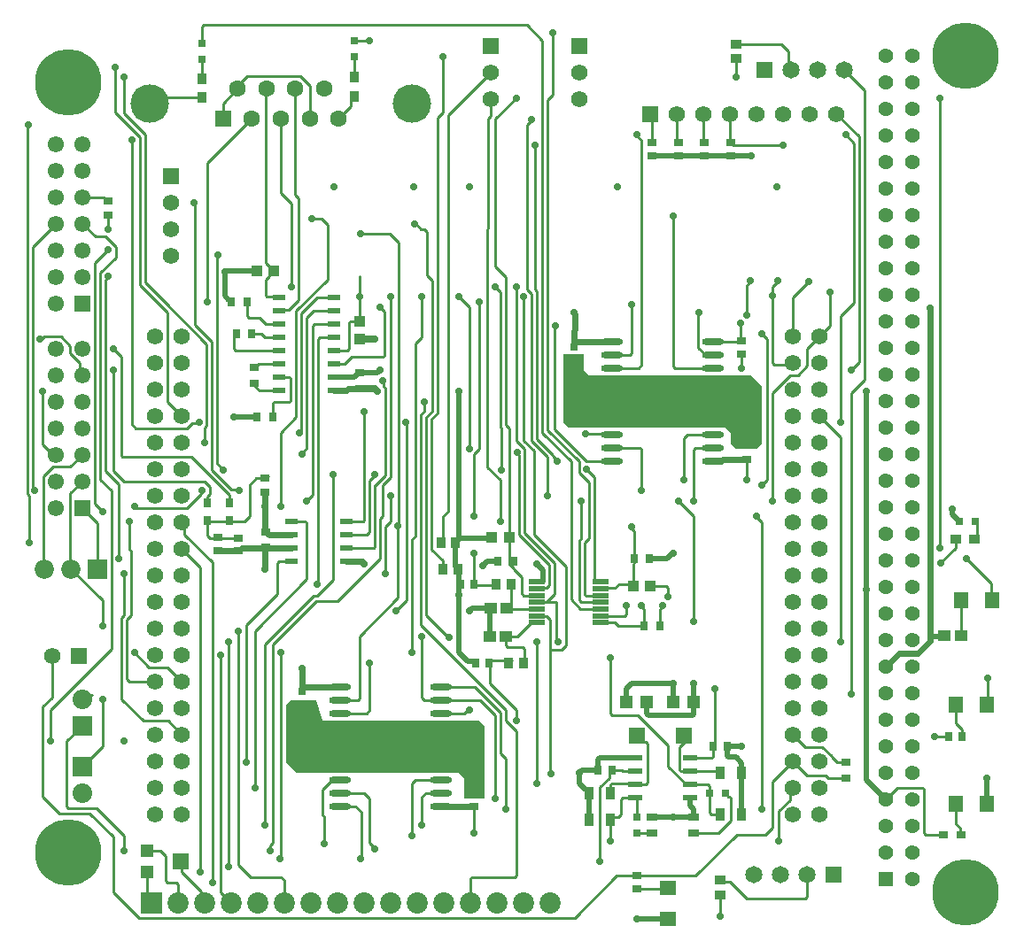
<source format=gbr>
%TF.GenerationSoftware,Altium Limited,Altium Designer,23.1.1 (15)*%
G04 Layer_Physical_Order=4*
G04 Layer_Color=16711680*
%FSLAX45Y45*%
%MOMM*%
%TF.SameCoordinates,94CA0F20-7CEF-4758-9589-D945348769B5*%
%TF.FilePolarity,Positive*%
%TF.FileFunction,Copper,L4,Bot,Signal*%
%TF.Part,Single*%
G01*
G75*
%TA.AperFunction,Conductor*%
%ADD11C,0.25400*%
%ADD12C,0.50000*%
%ADD14C,0.60000*%
%ADD16C,0.70000*%
%TA.AperFunction,ComponentPad*%
%ADD17R,1.57500X1.57500*%
%ADD18C,1.57500*%
%ADD19C,1.60000*%
%ADD20R,1.60000X1.60000*%
%ADD21C,3.68000*%
%ADD22R,1.55000X1.55000*%
%ADD23C,1.55000*%
%ADD24R,2.02500X2.02500*%
%ADD25C,2.02500*%
%ADD26C,1.65000*%
%ADD27R,1.65000X1.65000*%
%ADD28R,1.57500X1.57500*%
%ADD29R,1.84000X1.84000*%
%ADD30C,1.84000*%
%ADD31R,1.57000X1.57000*%
%ADD32C,1.57000*%
%ADD33C,1.42500*%
%ADD34R,1.42500X1.42500*%
%ADD35R,1.87500X1.87500*%
%ADD36C,1.87500*%
%ADD37R,1.57000X1.57000*%
%TA.AperFunction,WasherPad*%
%ADD38C,6.35000*%
%TA.AperFunction,ViaPad*%
%ADD39C,0.70000*%
%TA.AperFunction,SMDPad,CuDef*%
%ADD61R,0.90000X0.80000*%
G04:AMPARAMS|DCode=62|XSize=0.55mm|YSize=1.25mm|CornerRadius=0.0495mm|HoleSize=0mm|Usage=FLASHONLY|Rotation=270.000|XOffset=0mm|YOffset=0mm|HoleType=Round|Shape=RoundedRectangle|*
%AMROUNDEDRECTD62*
21,1,0.55000,1.15100,0,0,270.0*
21,1,0.45100,1.25000,0,0,270.0*
1,1,0.09900,-0.57550,-0.22550*
1,1,0.09900,-0.57550,0.22550*
1,1,0.09900,0.57550,0.22550*
1,1,0.09900,0.57550,-0.22550*
%
%ADD62ROUNDEDRECTD62*%
%ADD63R,0.70000X0.70000*%
%ADD64R,0.80000X0.90000*%
%ADD65R,0.95000X0.80000*%
%ADD66R,0.80000X0.90000*%
%ADD67R,0.90000X1.05000*%
G04:AMPARAMS|DCode=68|XSize=0.45mm|YSize=1.6mm|CornerRadius=0.0495mm|HoleSize=0mm|Usage=FLASHONLY|Rotation=270.000|XOffset=0mm|YOffset=0mm|HoleType=Round|Shape=RoundedRectangle|*
%AMROUNDEDRECTD68*
21,1,0.45000,1.50100,0,0,270.0*
21,1,0.35100,1.60000,0,0,270.0*
1,1,0.09900,-0.75050,-0.17550*
1,1,0.09900,-0.75050,0.17550*
1,1,0.09900,0.75050,0.17550*
1,1,0.09900,0.75050,-0.17550*
%
%ADD68ROUNDEDRECTD68*%
%ADD69R,1.20000X1.20000*%
%ADD70R,1.50000X1.60000*%
%ADD71O,2.10000X0.65000*%
%ADD72R,1.30000X0.60000*%
%ADD73R,0.86213X0.66370*%
%ADD74R,1.60000X1.40000*%
%ADD75R,1.00000X0.90000*%
%ADD76R,0.80000X0.80000*%
%ADD77R,0.80000X0.95000*%
%ADD78R,1.13504X1.06213*%
%ADD79R,1.25776X1.01213*%
%ADD80R,1.20000X1.20000*%
%ADD81R,1.60000X1.50000*%
%ADD82R,1.00000X0.75000*%
%ADD83R,1.05000X0.90000*%
%ADD84R,0.90000X0.75000*%
%ADD85R,1.40000X1.60000*%
%ADD86R,1.15814X1.01213*%
%ADD87R,0.66370X0.86213*%
%ADD88R,0.90000X0.80000*%
%ADD89R,0.80000X0.80000*%
%ADD90R,1.40000X0.60000*%
%ADD91R,0.90000X1.00000*%
%ADD92R,1.06213X1.13504*%
%ADD93R,0.95620X1.20620*%
G36*
X-6650000Y2150000D02*
X-5150000D01*
X-5100000Y2100000D01*
Y1400001D01*
X-5300000D01*
Y1600000D01*
X-5350000Y1650001D01*
X-6900000D01*
X-7000000Y1750000D01*
Y2150000D01*
Y2300000D01*
X-6957143Y2342857D01*
X-6714286D01*
X-6650000Y2150000D01*
D02*
G37*
G36*
X-4150000Y5500000D02*
X-4100000Y5450000D01*
X-2550000D01*
X-2450000Y5350000D01*
Y4800000D01*
X-2500000Y4750000D01*
X-2700000D01*
X-2750000Y4800000D01*
Y4900000D01*
X-2800000Y4950000D01*
X-4300000D01*
X-4350000Y5000000D01*
Y5650000D01*
X-4150000D01*
Y5500000D01*
D02*
G37*
D11*
X-7970820Y3929717D02*
X-7702674Y3661572D01*
X-7996000Y4044000D02*
X-7970820Y4018820D01*
Y3929717D02*
Y4018820D01*
X-7702674Y600000D02*
Y3661572D01*
X-7823100Y700000D02*
Y3617100D01*
X-7996000Y3790000D02*
X-7823100Y3617100D01*
X-8523100Y2544065D02*
Y3110313D01*
X-8499036Y2520000D02*
X-8250000D01*
X-8523101Y2544065D02*
X-8499036Y2520000D01*
X-8400000Y6315514D02*
Y7730279D01*
X-8133400Y5197400D02*
Y6048914D01*
X-8400000Y6315514D02*
X-8133400Y6048914D01*
X-8349200Y6339124D02*
Y7751321D01*
X-8169415Y6159339D02*
X-8168442D01*
X-8349200Y6339124D02*
X-8169415Y6159339D01*
X-8168442D02*
X-7759336Y5750233D01*
Y4969721D02*
Y5750233D01*
X-7873428Y5936167D02*
Y7098202D01*
X-7708536Y4546562D02*
Y5771275D01*
X-7873428Y5936167D02*
X-7708536Y5771275D01*
X-7877391Y7102164D02*
X-7873428Y7098202D01*
X-5658012Y3158011D02*
X-5446275Y2946275D01*
X-5708812Y3058812D02*
X-4900000Y2250000D01*
X-5800000Y3878260D02*
X-5759612Y3918648D01*
X-5658012Y5052866D02*
X-5603800Y5107078D01*
X-5708812Y5073908D02*
X-5676900Y5105820D01*
X-5607212Y5031824D02*
X-5550800Y5088236D01*
X-5607212Y3785425D02*
X-5500000Y3678213D01*
X-5708812Y3058812D02*
Y5073908D01*
X-5658012Y3158011D02*
Y5052866D01*
X-5759612Y3918648D02*
Y5755764D01*
X-5700000Y5815376D01*
X-5607212Y3785425D02*
Y5031824D01*
X-5500000Y3600000D02*
Y3678213D01*
X-7196888Y6214879D02*
X-7182009Y6200000D01*
X-7196888Y6364410D02*
X-7162513Y6398785D01*
X-7196888Y6214879D02*
Y6364410D01*
X-7182009Y6200000D02*
X-7068000D01*
X-7162513Y6398785D02*
Y6409593D01*
X-7122106Y6450000D02*
X-7118461D01*
X-7162513Y6409593D02*
X-7122106Y6450000D01*
X-7068000Y6200000D02*
X-7062500Y6194500D01*
X-7195689Y6527890D02*
Y8184811D01*
Y6527890D02*
X-7186687Y6518888D01*
X-7162513Y6490407D02*
X-7122106Y6450000D01*
X-7186687Y6518226D02*
X-7162513Y6494052D01*
X-7195689Y8184811D02*
X-7188500Y8192000D01*
X-7186687Y6518226D02*
Y6518888D01*
X-7122106Y6450000D02*
X-7118461D01*
X-7162513Y6490407D02*
Y6494052D01*
X-7657736Y4607736D02*
Y6592164D01*
X-7650000Y6599900D01*
X-885121Y1055391D02*
X-710392D01*
X-7375000Y6150000D02*
X-7373099Y6148099D01*
Y6014879D02*
Y6148099D01*
X-7358220Y6000000D02*
X-7250000D01*
X-7373099Y6014879D02*
X-7358220Y6000000D01*
X-7325000Y5850000D02*
X-7233676D01*
X-7065247Y5816247D02*
X-7062500Y5813500D01*
X-7233676Y5850000D02*
X-7199923Y5816247D01*
X-7065247D01*
X-7260500Y5559500D02*
X-7062500D01*
X-7295000Y5525000D02*
X-7260500Y5559500D01*
X-7300000Y5525000D02*
X-7295000D01*
X-7109173Y5200000D02*
X-6967279D01*
X-7124052Y5185121D02*
X-7109173Y5200000D01*
X-7124052Y5050948D02*
Y5185121D01*
X-2600000Y4450000D02*
Y4628646D01*
Y4650000D01*
X-4770515Y3923895D02*
Y4680371D01*
Y3923895D02*
X-4481900Y3635279D01*
X-4791919Y4701774D02*
Y4713843D01*
Y4701774D02*
X-4770515Y4680371D01*
X-3422395Y3052605D02*
Y3215536D01*
X-3400000Y3237931D02*
Y3250000D01*
X-3422395Y3215536D02*
X-3400000Y3237931D01*
X-3365709Y3433233D02*
X-3350830Y3418354D01*
X-3762937Y3150000D02*
X-3748058Y3164879D01*
X-3750000Y3250000D02*
X-3748058Y3248058D01*
X-3579432Y3054432D02*
X-3575000Y3050000D01*
X-3748058Y3164879D02*
Y3248058D01*
X-3600000Y3237931D02*
X-3579432Y3217363D01*
X-3350830Y3333233D02*
Y3418354D01*
X-3600000Y3237931D02*
Y3250000D01*
X-3579432Y3054432D02*
Y3217363D01*
X-3990000Y3150000D02*
X-3762937D01*
X-3425000Y3050000D02*
X-3422395Y3052605D01*
X-3600000Y3050000D02*
X-3575000D01*
X-3822581D02*
X-3600000D01*
X-3990000Y3085000D02*
X-3857581D01*
X-3822581Y3050000D01*
X-5200000Y1075000D02*
Y1325000D01*
X-1872503Y1895400D02*
X-1783400Y1806297D01*
X-1733100Y1750000D02*
X-1650000D01*
X-1783400Y1800300D02*
X-1733100Y1750000D01*
X-1783400Y1800300D02*
Y1806297D01*
X-2037400Y1895400D02*
X-1872503D01*
X-2154000Y2012000D02*
X-2037400Y1895400D01*
X-1900000Y5060000D02*
X-1700000Y4860000D01*
X-1600000Y2400000D02*
Y5278135D01*
X-1469138Y5408997D01*
X-1700000Y2900000D02*
Y4860000D01*
X-1841944Y1620600D02*
X-1821345Y1600000D01*
X-1650000D01*
X-2154000Y1758000D02*
X-2016600Y1620600D01*
X-1841944D01*
X-2450000Y1300000D02*
Y4046621D01*
X-2500000Y4096621D02*
Y4100000D01*
Y4096621D02*
X-2450000Y4046621D01*
X-601275Y3800266D02*
Y3875708D01*
X-741148Y3656747D02*
Y3660393D01*
X-601275Y3800266D01*
X-500000Y3700000D02*
X-257978Y3457978D01*
Y3307978D02*
Y3457978D01*
X-250000Y3300000D02*
X-200000Y3350000D01*
X-257978Y3307978D02*
X-250000Y3300000D01*
X-6535620Y5557620D02*
X-6442899D01*
X-6375518Y5625000D01*
X-6075860D01*
X-6537500Y5559500D02*
X-6535620Y5557620D01*
X-6100000Y6100000D02*
X-6060981Y6060981D01*
X-6075860Y5625000D02*
X-6060981Y5639879D01*
Y6060981D01*
X-6000000Y4474779D02*
Y6199707D01*
X-6073100Y4401679D02*
X-6000000Y4474779D01*
X-6000293Y6200000D02*
X-6000000Y6199707D01*
X-6000800Y4052579D02*
Y4299200D01*
X-5927193Y4330572D02*
X-5926900Y4330279D01*
X-5927193Y4269428D02*
X-5926900Y4269721D01*
X-5927193Y4008915D02*
Y4269428D01*
X-5929159Y4006949D02*
X-5927193Y4008915D01*
X-5926900Y4269721D02*
Y4330279D01*
X-5927193Y4330572D02*
Y6723814D01*
X-6000800Y4299200D02*
X-6000000Y4300000D01*
X-6012389Y6809009D02*
X-5927193Y6723814D01*
X-5929159Y3320842D02*
Y4006949D01*
X-6300000Y2950000D02*
X-5929159Y3320842D01*
X-6047600Y3552400D02*
Y4005779D01*
X-6000800Y4052579D01*
X-5850800Y3299200D02*
Y5000746D01*
X-5800000Y2800000D02*
Y3878260D01*
X-8419331Y4181400D02*
X-7946368D01*
X-7808534Y4319234D01*
Y4341466D01*
X-7800000Y4350000D01*
X-7735000Y4050000D02*
X-7400000D01*
X-7729193Y3894072D02*
X-7453452D01*
X-7750000Y3914879D02*
Y4065000D01*
Y3914879D02*
X-7729193Y3894072D01*
X-7750000Y4065000D02*
X-7735000Y4050000D01*
X-7350000Y4100000D02*
Y4400000D01*
X-7400000Y4050000D02*
X-7350000Y4100000D01*
Y4400000D02*
X-7285000Y4465000D01*
X-7200000D01*
X-7902415Y4668600D02*
X-7543632Y4309817D01*
Y4234064D02*
Y4309817D01*
X-7520507Y4358534D02*
X-7458534D01*
X-7708536Y4546562D02*
X-7520507Y4358534D01*
X-7458534D02*
X-7450000Y4350000D01*
X-7453452Y3894072D02*
X-7452464D01*
X-7174211Y4476267D02*
X-7166712Y4483767D01*
X-5050000Y2500000D02*
Y2699105D01*
X-5057252D02*
X-5032788Y2723569D01*
X-4841261D01*
X-4720044Y2709955D02*
Y2835121D01*
X-4730000Y2700000D02*
X-4720044Y2709955D01*
X-4885121Y2850000D02*
X-4734923D01*
X-4720044Y2835121D01*
X-5201778Y3451778D02*
Y3748222D01*
X-5200000Y3450000D02*
X-5196571Y3446570D01*
X-4851255Y3247828D02*
Y3455067D01*
X-4884083Y3215000D02*
X-4851255Y3247828D01*
X-4884083Y3215000D02*
X-4600000D01*
X-5196571Y3446570D02*
X-4993429D01*
X-4990000Y3450000D01*
X-4868461Y3900000D02*
Y4081539D01*
X-4950000Y4050000D02*
Y4449907D01*
X-4868461Y3800000D02*
Y3900000D01*
Y4081539D02*
X-4865019Y4084981D01*
X-4868461Y3647179D02*
Y3800000D01*
X-4865019Y4084981D02*
Y4943177D01*
X-5200000Y4100000D02*
Y4696621D01*
X-5150000Y4746620D02*
Y6150000D01*
X-5200000Y4696621D02*
X-5150000Y4746620D01*
X-4950000Y4956316D02*
X-4938119Y4944436D01*
Y4541406D02*
Y4944436D01*
X-5073100Y4573007D02*
Y6851220D01*
Y4573007D02*
X-4950000Y4449907D01*
Y4956316D02*
Y6250000D01*
X-4997100Y6489079D02*
X-4899200Y6391179D01*
X-5000000Y6300000D02*
X-4950000Y6250000D01*
X-4899200Y4977358D02*
X-4865019Y4943177D01*
X-4899200Y4977358D02*
Y6391179D01*
X-5674010Y6849952D02*
X-5650000Y6825942D01*
X-5713651Y6849952D02*
X-5674010D01*
X-5770174Y6894406D02*
X-5758106D01*
X-5713651Y6849952D01*
X-5650000Y6403379D02*
Y6825942D01*
X-6287506Y6809009D02*
X-6012389D01*
X-9167301Y1260338D02*
X-8874798D01*
X-9323100Y1416137D02*
X-9167301Y1260338D01*
X-8874798D02*
X-8650000Y1035540D01*
X-9085121Y1311801D02*
X-8811801D01*
X-9100000Y1326680D02*
Y1950000D01*
Y1326680D02*
X-9085121Y1311801D01*
X-8811801D02*
X-8550000Y1050000D01*
X-8650000Y503618D02*
Y1035540D01*
Y503618D02*
X-8407031Y260650D01*
X-9100000Y1950000D02*
X-8950000Y2100000D01*
X-8550000Y900000D02*
Y1050000D01*
X-4239350Y260650D02*
X-3837061Y662939D01*
X-8407031Y260650D02*
X-4239350D01*
X-9323100Y1416137D02*
Y2280531D01*
X-9236711Y2366920D01*
Y2763476D01*
X-9250000Y1950000D02*
Y2250000D01*
X-8669900Y2830100D01*
X-9061600Y3607600D02*
X-8750000Y3296000D01*
Y3050000D02*
Y3296000D01*
X-4000000Y1509502D02*
X-3907941Y1601561D01*
Y1648764D02*
X-3886252Y1670453D01*
X-3907941Y1601561D02*
Y1648764D01*
X-4473194Y2826900D02*
Y3113840D01*
Y2826900D02*
X-4473194Y2826900D01*
X-4473194Y1642465D02*
Y2826900D01*
X-4473194Y2826900D02*
X-4369721D01*
X-4326900Y2869721D01*
Y3623963D01*
X-4473194Y1642465D02*
X-4471080Y1640351D01*
X-4507118Y3145600D02*
X-4475734Y3114216D01*
X-4600000Y3150000D02*
X-4595600Y3154400D01*
X-6950800Y6374421D02*
Y7092623D01*
X-7050000Y7191823D02*
X-6950800Y7092623D01*
X-3300000Y5532379D02*
Y6972865D01*
X-3299769Y6973096D01*
X-5676900Y5105820D02*
Y5200000D01*
X-5650000Y6403379D02*
X-5603800Y6357179D01*
Y5107078D02*
Y6357179D01*
X-5550800Y7913542D02*
X-5500000Y7964342D01*
X-5550800Y5088236D02*
Y7913542D01*
X-5948311Y3201689D02*
X-5850800Y3299200D01*
X-5851710Y5001656D02*
X-5850800Y5000746D01*
X-5700000Y2364879D02*
X-5679621Y2344501D01*
X-5700000Y2364879D02*
Y2946621D01*
X-5701690Y2948310D02*
X-5700000Y2946621D01*
X-4498835Y4924056D02*
Y8084895D01*
X-4450000Y8133730D01*
X-4603873Y4844703D02*
Y6252195D01*
X-4622735Y6271056D02*
X-4603873Y6252195D01*
X-4695835Y7842456D02*
X-4650000Y7888291D01*
Y7900000D01*
X-4695835Y6272315D02*
X-4654673Y6231153D01*
X-4622735Y6271056D02*
Y7650000D01*
X-4700000Y8800000D02*
X-4549635Y8649635D01*
X-4695835Y6272315D02*
Y7842456D01*
X-4549635Y4903014D02*
Y8649635D01*
X-4800874Y4826177D02*
X-4718819Y4744122D01*
X-4800874Y4826177D02*
Y6299126D01*
X-4507118Y3280000D02*
X-4420000D01*
X-4654673Y4823661D02*
X-4500000Y4668987D01*
X-4600000Y3280000D02*
X-4507118D01*
X-4800874Y6299126D02*
X-4800000Y6300000D01*
X-4727774Y4824919D02*
Y6200000D01*
Y4824919D02*
X-4630552Y4727698D01*
X-4654673Y4823661D02*
Y6231153D01*
X-4603873Y4844703D02*
X-4449200Y4690029D01*
X-3300000Y5532379D02*
X-3285121Y5517500D01*
X-2722001Y7650000D02*
X-2250000D01*
X-2754000Y7681999D02*
X-2722001Y7650000D01*
X-4434618Y5888555D02*
X-4434268Y5888905D01*
Y5917201D01*
X-4498835Y4924056D02*
X-4200000Y4625221D01*
X-4549635Y4903014D02*
X-4276100Y4629479D01*
X-4434268Y5917201D02*
X-4425735Y5925734D01*
X-2350000Y6208500D02*
Y6300000D01*
Y6150000D02*
Y6208500D01*
X-2600000Y6027700D02*
Y6309395D01*
X-2563805Y6345590D01*
Y6357659D01*
X-3700000Y5659379D02*
Y6126900D01*
X-6656326Y6950000D02*
X-6600000Y6893674D01*
X-6750000Y6950000D02*
X-6656326D01*
X-6600000Y6367092D02*
Y6893674D01*
X-5250000Y4750000D02*
Y6100000D01*
X-5350000Y6200000D02*
X-5250000Y6100000D01*
X-5450000Y4150000D02*
Y7942500D01*
X-5500000Y4100000D02*
X-5450000Y4150000D01*
Y7942500D02*
X-5042500Y8350000D01*
X-6950800Y6299600D02*
X-6949600Y6300800D01*
X-6950800Y6374421D02*
X-6949600Y6373221D01*
Y6300800D02*
Y6373221D01*
X-5068044Y7903798D02*
X-5042500Y7929342D01*
X-5068044Y6856276D02*
Y7903798D01*
X-5073100Y6851220D02*
X-5068044Y6856276D01*
X-4997100Y7902900D02*
X-4800000Y8100000D01*
X-4997100Y6489079D02*
Y7902900D01*
X-6300000Y5963079D02*
Y6400000D01*
X-5700000Y5815376D02*
Y6200000D01*
X-601275Y3875708D02*
X-596275Y3880708D01*
X-550000Y2960991D02*
Y3300000D01*
Y2960991D02*
X-547769Y2958760D01*
X-553790Y1055843D02*
X-550776Y1052829D01*
X-601360Y1163208D02*
X-553790Y1115638D01*
Y1055843D02*
Y1115638D01*
X-601360Y1163208D02*
Y1348639D01*
X-300000Y2300000D02*
X-294968Y2305032D01*
Y2558500D01*
X-540674Y2003612D02*
X-537061Y2000000D01*
X-540674Y2003612D02*
Y2066328D01*
X-600000Y2125654D02*
X-540674Y2066328D01*
X-600000Y2125654D02*
Y2300000D01*
X-800000Y2000000D02*
X-662939D01*
X-300000Y2300000D02*
X-250000Y2250000D01*
X-1469138Y5408997D02*
Y8173138D01*
X-750000Y3800000D02*
Y8100000D01*
X-4900000Y2146621D02*
Y2250000D01*
X-9349253Y5800000D02*
X-9337184D01*
X-9313584Y5823600D01*
X-9152117D01*
X-9061600Y5733083D01*
Y5660117D02*
Y5733083D01*
Y5660117D02*
X-8970798Y5569315D01*
Y5478798D02*
Y5569315D01*
Y5478798D02*
X-8946000Y5454000D01*
X-8632394Y7962673D02*
X-8400000Y7730279D01*
X-8632394Y7962673D02*
Y8398586D01*
X-9473153Y4319774D02*
Y7839110D01*
X-9465540Y7846722D01*
X-9473153Y4319774D02*
X-9450000Y4296621D01*
X-4450000Y8133730D02*
Y8726100D01*
X-9450000Y3850000D02*
Y4296621D01*
X-9422353Y4384422D02*
Y6677647D01*
X-9200000Y6900000D01*
X-9422353Y4384422D02*
X-9400000Y4362069D01*
Y4350000D02*
Y4362069D01*
X-9315600Y4485883D02*
X-9225083Y4576400D01*
X-9315600Y3607600D02*
Y4485883D01*
Y3607600D02*
X-9308000Y3600000D01*
X-9326900Y5062172D02*
Y5300000D01*
X-9330313Y4793626D02*
X-9228687Y4692000D01*
X-9330313Y4793626D02*
Y5058759D01*
X-9326900Y5062172D01*
X-2700000Y8300000D02*
Y8480000D01*
X-8550000Y7952121D02*
Y8300000D01*
X-9228687Y4692000D02*
X-9200000D01*
X-8133400Y5197400D02*
X-7996000Y5060000D01*
X-8550000Y7952121D02*
X-8349200Y7751321D01*
X-8473100Y4981379D02*
Y7700000D01*
Y4981379D02*
X-8435121Y4943400D01*
X-7899637Y4991466D02*
X-7840970D01*
X-7947703Y4943400D02*
X-7899637Y4991466D01*
X-7657736Y4607736D02*
X-7600000Y4550000D01*
X-7840970Y4991466D02*
X-7832436Y5000000D01*
X-7781636Y4947421D02*
X-7759336Y4969721D01*
X-7781636Y4809237D02*
Y4947421D01*
X-7600000Y4541406D02*
Y4550000D01*
X-7500000Y5701379D02*
X-7485121Y5686500D01*
X-7062500D01*
X-7500000Y5701379D02*
Y5850000D01*
X-8561221Y4668600D02*
X-7902415D01*
X-4449200Y4681287D02*
Y4690029D01*
X-4404925Y4624943D02*
Y4637012D01*
X-4449200Y4681287D02*
X-4404925Y4637012D01*
X-4718819Y3944040D02*
X-4431100Y3656321D01*
X-4718819Y3944040D02*
Y4744122D01*
X-4630552Y3927615D02*
Y4727698D01*
X-4500000Y4300000D02*
Y4668987D01*
X-4434618Y4934618D02*
X-4128500Y4628500D01*
X-4434618Y4934618D02*
Y5888555D01*
X-4200000Y4519721D02*
Y4625221D01*
X-4128500Y4628500D02*
X-3885000D01*
X-4276100Y3304258D02*
Y4629479D01*
X-3200000Y4450000D02*
Y4850000D01*
X-4126900Y4550000D02*
X-4052350Y4475450D01*
X-4186842Y3215000D02*
X-3990000D01*
X-4276100Y3304258D02*
X-4186842Y3215000D01*
X-3250000Y4250000D02*
X-3100000Y4100000D01*
Y3100000D02*
Y4100000D01*
X-6050000Y3550000D02*
X-6047600Y3552400D01*
X-6073100Y4105579D02*
Y4401679D01*
X-6098400Y4080279D02*
X-6073100Y4105579D01*
X-8548679Y4435400D02*
X-7782021D01*
X-7726900Y4316590D02*
Y4380279D01*
X-7782021Y4435400D02*
X-7726900Y4380279D01*
X-7750000Y4293490D02*
X-7726900Y4316590D01*
X-7750000Y4207500D02*
Y4293490D01*
X-8823900Y6526100D02*
X-8700000Y6650000D01*
X-8823900Y4223900D02*
Y6526100D01*
Y4223900D02*
X-8750000Y4150000D01*
X-8946000Y6900000D02*
X-8822900Y6776900D01*
X-8723521D02*
X-8626900Y6680279D01*
X-8773100Y6430279D02*
X-8626900Y6576479D01*
X-8822900Y6776900D02*
X-8723521D01*
X-8626900Y6576479D02*
Y6680279D01*
X-8773100Y4451537D02*
Y6430279D01*
X-8649200Y4535921D02*
Y5500000D01*
X-8722300Y6365631D02*
X-8700000Y6387931D01*
X-8773100Y4451537D02*
X-8669900Y4348337D01*
X-8722300Y4537179D02*
Y6365631D01*
Y4537179D02*
X-8596800Y4411679D01*
X-8649200Y4535921D02*
X-8548679Y4435400D01*
X-8700000Y6387931D02*
Y6400000D01*
X-8596800Y3700000D02*
Y4411679D01*
X-8669900Y2830100D02*
Y4348337D01*
X-8573900Y2353629D02*
X-8364607Y2144336D01*
X-8476900Y3156513D02*
Y3767276D01*
X-8500000Y3790376D02*
Y4050000D01*
Y3790376D02*
X-8476900Y3767276D01*
X-8573900Y3131355D02*
X-8550000Y3155255D01*
X-8573900Y2353629D02*
Y3131355D01*
X-8550000Y3155255D02*
Y3550000D01*
X-8523100Y3110313D02*
X-8476900Y3156513D01*
X-8576100Y4683479D02*
X-8561221Y4668600D01*
X-8576100Y4683479D02*
Y5626900D01*
X-8450000Y2800000D02*
X-8307400Y2657400D01*
X-8133400D01*
X-1160650Y1506350D02*
X-914879D01*
X-900000Y1070270D02*
Y1491471D01*
X-914879Y1506350D02*
X-900000Y1491471D01*
Y1070270D02*
X-885121Y1055391D01*
X-4630552Y3927615D02*
X-4326900Y3623963D01*
X-4595600Y3145600D02*
X-4507118D01*
X-4600000Y3150000D02*
X-4595600Y3145600D01*
X-4420000Y2920000D02*
X-4400000Y2900000D01*
X-4420000Y2920000D02*
Y3280000D01*
X-4507118Y3284400D02*
X-4431100Y3360418D01*
Y3656321D01*
X-4595600Y3414400D02*
X-4507118D01*
X-4481900Y3439618D02*
Y3635279D01*
X-4507118Y3414400D02*
X-4481900Y3439618D01*
X-4052350Y3484800D02*
X-4042550Y3475000D01*
X-4177700Y3893342D02*
Y4250000D01*
X-4042550Y3475000D02*
X-3990000D01*
X-4149200Y3359879D02*
X-4134321Y3345000D01*
X-4052350Y3484800D02*
Y4475450D01*
X-4149200Y3850000D02*
X-4104600Y3894601D01*
Y4424321D01*
X-4134321Y3345000D02*
X-3990000D01*
X-4200000Y3871042D02*
X-4177700Y3893342D01*
X-4200000Y3300000D02*
Y3871042D01*
X-4180000Y3280000D02*
X-3990000D01*
X-4149200Y3359879D02*
Y3850000D01*
X-4200000Y3300000D02*
X-4180000Y3280000D01*
X-4200000Y4519721D02*
X-4104600Y4424321D01*
X-8435121Y4943400D02*
X-7947703D01*
X-8450000Y4200000D02*
X-8437931D01*
X-8419331Y4181400D01*
X-8242612Y8107388D02*
X-7802612D01*
X-8300000Y8050000D02*
X-8242612Y8107388D01*
X-7802612D02*
X-7800000Y8110000D01*
X-7374056Y8310100D02*
X-6862581D01*
X-7465500Y8192000D02*
Y8218655D01*
X-7374056Y8310100D01*
X-7604000Y8053500D02*
X-7465500Y8192000D01*
X-6901600Y5049518D02*
Y6065492D01*
X-6877700Y6172300D02*
Y7144361D01*
X-6911500Y7178161D02*
X-6877700Y7144361D01*
X-7050000Y4901118D02*
X-6901600Y5049518D01*
Y6065492D02*
X-6600000Y6367092D01*
X-7050000Y4200000D02*
Y4901118D01*
X-6967500Y5432500D02*
X-6952400Y5417399D01*
Y5214879D02*
Y5417399D01*
X-6911500Y7178161D02*
Y8192000D01*
X-6967279Y5200000D02*
X-6952400Y5214879D01*
X-6977409Y6072591D02*
X-6877700Y6172300D01*
X-7062500Y6067500D02*
X-7057409Y6072591D01*
X-6977409D01*
X-6800000Y6000000D02*
X-6732500Y6067500D01*
X-6850800Y4900000D02*
Y6030801D01*
X-6850800Y6041322D02*
X-6724675Y6170575D01*
X-6800000Y4900000D02*
Y6000000D01*
X-6850800Y6030801D02*
X-6850800Y6041322D01*
X-6732500Y6067500D02*
X-6537500D01*
X-8700000Y6850000D02*
Y6985000D01*
X-6550000Y3496621D02*
Y4500000D01*
X-6706571Y3340050D02*
X-6550000Y3496621D01*
X-7200000Y2875221D02*
X-6735171Y3340050D01*
X-6706571D01*
X-7200000Y1150000D02*
Y2875221D01*
X-7292742Y1508096D02*
Y3007258D01*
X-6800000Y3500000D01*
Y4035121D01*
X-6695852Y3454148D02*
Y4879429D01*
X-6700000Y3450000D02*
X-6695852Y3454148D01*
X-7123124Y976876D02*
Y2880255D01*
X-6714129Y3289250D02*
X-6507371D01*
X-7123124Y2880255D02*
X-6714129Y3289250D01*
X-7378141Y3065497D02*
X-7083079Y3360558D01*
Y3654121D01*
X-7378141Y1753971D02*
Y3065497D01*
X-7053076Y829975D02*
Y2796924D01*
X-7056151Y826900D02*
X-7053076Y829975D01*
Y2796924D02*
X-7050000Y2800000D01*
X-7453815Y767614D02*
X-7336201Y650000D01*
X-7453815Y767614D02*
Y3001373D01*
X-7629574Y508444D02*
X-7528000Y406870D01*
X-7629574Y508444D02*
Y2771910D01*
X-7528000Y400000D02*
Y406870D01*
X-7550000Y750000D02*
Y2900000D01*
X-7996779Y696779D02*
Y791779D01*
X-8005000Y800000D02*
X-7996779Y791779D01*
Y696779D02*
X-7900000Y600000D01*
X-7900000D01*
X-7814135Y432135D02*
X-7782000Y400000D01*
X-7814135Y432135D02*
Y514135D01*
X-7900000Y600000D02*
X-7814135Y514135D01*
X-6065367Y5344045D02*
X-6051600Y5330279D01*
Y4495020D02*
Y5330279D01*
X-6146621Y4400000D02*
X-6051600Y4495020D01*
X-6065367Y5344045D02*
Y5391466D01*
X-6073900Y5400000D02*
X-6065367Y5391466D01*
X-6149200Y3811679D02*
Y4400000D01*
X-6146621D01*
X-6098400Y3698221D02*
Y4080279D01*
X-5446275Y2946275D02*
X-5444311D01*
X-7148710Y951289D02*
X-7123124Y976876D01*
X-5679621Y2344501D02*
X-5515000D01*
X-4800000Y664879D02*
Y2046621D01*
X-2351272Y1125758D02*
Y1560728D01*
X-2418047Y1058984D02*
X-2351272Y1125758D01*
Y1560728D02*
X-2154000Y1758000D01*
X-2291181Y997000D02*
X-2287886Y1000295D01*
Y1281011D02*
X-2179180Y1389717D01*
X-2287886Y1000295D02*
Y1281011D01*
X-2691016Y1058984D02*
X-2418047D01*
X-2179180Y1478820D02*
X-2154000Y1504000D01*
X-2179180Y1389717D02*
Y1478820D01*
X-3672286Y3652715D02*
Y3960217D01*
X-3700000Y3987931D02*
X-3672286Y3960217D01*
X-3700000Y3987931D02*
Y4000000D01*
X-3087061Y662939D02*
X-2691016Y1058984D01*
X-3650000Y662939D02*
X-3087061D01*
X-5948311Y3198310D02*
Y3201689D01*
X-7150000Y900000D02*
X-7148710Y901290D01*
Y951289D01*
X-6287138Y827669D02*
X-6282152Y832655D01*
Y1275505D01*
X-6335147Y1328501D02*
X-6282152Y1275505D01*
X-6650000Y1242573D02*
X-6638860Y1231433D01*
Y971936D02*
Y1231433D01*
X-6650000Y1242573D02*
Y1490000D01*
X-6557500Y1582501D01*
X-6507371Y3289250D02*
X-6098400Y3698221D01*
X-6300000Y2359380D02*
Y2950000D01*
X-6314879Y2344501D02*
X-6300000Y2359380D01*
X-6420000Y3796000D02*
X-6164879D01*
X-6149200Y3811679D01*
X-6485000Y2344501D02*
X-6314879D01*
X-5800000Y1547353D02*
X-5764853Y1582501D01*
X-5800000Y1050000D02*
Y1547353D01*
X-5702603Y1152603D02*
Y1416793D01*
Y1152603D02*
X-5700000Y1150000D01*
X-5702603Y1416793D02*
X-5664853Y1454544D01*
X-4900000Y2146621D02*
X-4800000Y2046621D01*
X-5500000Y3870000D02*
Y4100000D01*
X-5520000Y3850000D02*
X-5500000Y3870000D01*
X-4814879Y650000D02*
X-4800000Y664879D01*
X-5001600Y1811902D02*
Y2201600D01*
X-4950800Y1832944D02*
X-4900000Y1782144D01*
X-5199659Y2471501D02*
X-4950800Y2222642D01*
X-5144501Y2344501D02*
X-5001600Y2201600D01*
X-5227121Y650000D02*
X-4814879D01*
X-4900000Y1300000D02*
Y1782144D01*
X-5000000Y1400000D02*
Y1810301D01*
X-4950800Y1832944D02*
Y2222642D01*
X-5001600Y1811902D02*
X-5000000Y1810301D01*
X-5050000Y2500000D02*
X-4800000Y2250000D01*
Y2150000D02*
Y2250000D01*
X-5242000Y400000D02*
Y635121D01*
X-5227121Y650000D01*
X-7336201D02*
X-7050000D01*
X-8364607Y2144336D02*
X-8128336D01*
X-7996000Y2012000D01*
X-8133400Y2657400D02*
X-7996000Y2520000D01*
X-7020000Y400000D02*
Y620000D01*
X-7050000Y650000D02*
X-7020000Y620000D01*
X-8865304Y2394832D02*
X-8855168D01*
X-8950000Y1704000D02*
X-8750000Y1904000D01*
Y2350000D01*
X-6557500Y1582501D02*
X-6485000D01*
X-5042500Y7929342D02*
Y8096000D01*
X-5500000Y7964342D02*
Y8500000D01*
X-7785121Y8800000D02*
X-4700000D01*
X-7800000Y8785121D02*
X-7785121Y8800000D01*
X-7800000Y8625000D02*
Y8785121D01*
X-3891157Y4888657D02*
X-3885000Y4882500D01*
X-4135447Y4888657D02*
X-3891157D01*
X-4600000Y3410000D02*
X-4595600Y3414400D01*
X-6350000Y8650000D02*
X-6350000Y8650000D01*
X-6200000D01*
X-4825000Y3595000D02*
X-4748276Y3518276D01*
X-4825000Y3595000D02*
Y3605000D01*
X-4868461Y3647179D02*
X-4853582Y3632300D01*
X-4852300D02*
X-4825000Y3605000D01*
X-4853582Y3632300D02*
X-4852300D01*
X-3600000Y5550000D02*
Y7696621D01*
X-3650000Y7746621D02*
Y7750000D01*
X-3632500Y5517500D02*
X-3600000Y5550000D01*
X-3650000Y7746621D02*
X-3600000Y7696621D01*
X-3714879Y5644500D02*
X-3700000Y5659379D01*
X-3885000Y5517500D02*
X-3632500D01*
X-3885000Y5644500D02*
X-3714879D01*
X-3681540Y3643461D02*
X-3672286Y3652715D01*
X-8649200Y5700000D02*
X-8576100Y5626900D01*
X-8950000Y2354000D02*
X-8906136D01*
X-4600000Y1550000D02*
Y2900000D01*
X-4748276Y3364879D02*
Y3518276D01*
X-7800008Y8624992D02*
X-7800000Y8625000D01*
X-3990000Y3150000D02*
X-3990000Y3150000D01*
X-2349200Y4250800D02*
Y5283697D01*
X-2350000Y4250000D02*
X-2349200Y4250800D01*
X-2400000Y4450000D02*
Y5800000D01*
X-2016600Y5705400D02*
X-1800000Y5922000D01*
X-2450000Y5850000D02*
X-2400000Y5800000D01*
X-2450000Y4400000D02*
X-2400000Y4450000D01*
X-2349200Y5283697D02*
X-2181497Y5451400D01*
X-6200000Y3950000D02*
Y4446621D01*
X-6150000Y4496621D02*
Y4500000D01*
X-6200000Y4446621D02*
X-6150000Y4496621D01*
X-6250800Y4064879D02*
Y5099200D01*
X-6420000Y4050000D02*
X-6265679D01*
X-6250800Y4064879D01*
Y5099200D02*
X-6250000Y5100000D01*
X-6680972Y5813500D02*
X-6537500D01*
X-6695852Y4879429D02*
X-6695852Y5798620D01*
X-6680972Y5813500D01*
X-1700000Y6017119D02*
X-1570900Y6146219D01*
Y7670900D01*
X-1650000Y7750000D02*
X-1570900Y7670900D01*
X-1600000Y5500000D02*
X-1520100Y5579900D01*
X-1738000Y7950000D02*
X-1520100Y7732100D01*
Y5579900D02*
Y7732100D01*
X-1700000Y5000000D02*
Y6017119D01*
X-1669000Y8373000D02*
X-1469138Y8173138D01*
X-710392Y1055391D02*
X-705000Y1050000D01*
X-1800000Y5922000D02*
Y6250000D01*
X-8946000Y7154000D02*
X-8746500D01*
X-8707500Y7115000D01*
X-8700000D01*
X-2651625Y5781625D02*
Y5947475D01*
X-2300000Y6350000D02*
Y6351990D01*
X-2651625Y5781625D02*
X-2650000Y5780000D01*
X-2350000Y6300000D02*
X-2300000Y6350000D01*
X-3058100Y6041900D02*
X-3050000Y6050000D01*
X-3058100Y5715100D02*
Y6041900D01*
X-2700000Y8620000D02*
X-2270000D01*
X-2200000Y8550000D01*
Y8396000D02*
X-2177000Y8373000D01*
X-2200000Y8396000D02*
Y8550000D01*
X-2154000Y6196000D02*
X-2000000Y6350000D01*
X-2154000Y5822000D02*
Y6196000D01*
X-2181497Y5451400D02*
X-2105703D01*
X-2016600Y5540503D02*
Y5705400D01*
X-2105703Y5451400D02*
X-2016600Y5540503D01*
X-3100000Y4250000D02*
Y4350000D01*
X-3100000Y4350000D02*
X-3100000Y4350000D01*
X-2349200Y5564879D02*
X-2334321Y5550000D01*
X-2349200Y5564879D02*
Y6149200D01*
X-2350000Y6150000D02*
X-2349200Y6149200D01*
X-2334321Y5550000D02*
X-2172000D01*
X-2154000Y5568000D01*
X-3285121Y5517500D02*
X-2915000D01*
X-3058100Y5715100D02*
X-2987500Y5644500D01*
X-2915000D01*
X-2754000Y7681999D02*
Y7950000D01*
X-3008000Y7683000D02*
X-3000000Y7675000D01*
X-3008000Y7683000D02*
Y7950000D01*
X-3262000Y7687000D02*
Y7950000D01*
Y7687000D02*
X-3250000Y7675000D01*
X-3516000Y7950000D02*
X-3500000Y7934000D01*
Y7675000D02*
Y7934000D01*
X-2817700Y607700D02*
X-2757700D01*
X-2600000Y450000D02*
X-2037879D01*
X-2757700Y607700D02*
X-2600000Y450000D01*
X-2037879D02*
X-2023000Y464879D01*
Y677000D01*
X-2850000Y640000D02*
X-2817700Y607700D01*
X-2850000Y280000D02*
Y480000D01*
X-1270000Y1397000D02*
X-1160650Y1506350D01*
X-3650000Y537061D02*
X-3362939D01*
X-3350000Y550000D01*
X-3837061Y662939D02*
X-3650000D01*
X-398969Y3900057D02*
Y4035057D01*
X-413977Y4050065D02*
X-398969Y4035057D01*
X-9225083Y4576400D02*
X-9061600D01*
X-8946000Y4692000D01*
X-9061600Y3607600D02*
Y4322400D01*
X-8946000Y4438000D01*
X-8800000Y3600000D02*
Y4038000D01*
X-8946000Y4184000D02*
X-8800000Y4038000D01*
X-5515000Y2471501D02*
X-5199659D01*
X-5262069Y2250000D02*
X-5250000D01*
X-5515000Y2344501D02*
X-5144501D01*
X-5294568Y2217501D02*
X-5262069Y2250000D01*
X-5515000Y2217501D02*
X-5294568D01*
X-6200000Y2250000D02*
Y2700000D01*
X-6227000Y3923000D02*
X-6200000Y3950000D01*
X-6420000Y3923000D02*
X-6227000D01*
X-6200000Y976479D02*
Y1400001D01*
Y976479D02*
X-6150000Y926479D01*
Y923100D02*
Y926479D01*
X-6850000Y4700000D02*
Y4703379D01*
X-6800000Y4250000D02*
X-6746652Y4303348D01*
X-6850000Y4703379D02*
X-6800000Y4753379D01*
X-6746652Y5925620D02*
X-6731773Y5940499D01*
X-6800000Y4753379D02*
Y4900000D01*
X-6800000Y4900000D01*
X-6746652Y4303348D02*
Y5925620D01*
X-6950000Y4050000D02*
X-6814879D01*
X-6800000Y4035121D01*
X-6731773Y5940499D02*
X-6537500D01*
X-3519291Y3433233D02*
X-3365709D01*
X-3853637Y3414400D02*
X-3818037Y3450000D01*
X-3985600Y3414400D02*
X-3853637D01*
X-3990000Y3410000D02*
X-3985600Y3414400D01*
X-3818037Y3450000D02*
X-3681540D01*
Y3643461D01*
X-4657500Y3085000D02*
X-4600000D01*
X-4900000Y2950000D02*
X-4792500D01*
X-4900000Y2864879D02*
Y2950000D01*
Y2864879D02*
X-4885121Y2850000D01*
X-4792500Y2950000D02*
X-4657500Y3085000D01*
X-4728397Y3345000D02*
X-4600000D01*
X-4748276Y3364879D02*
X-4728397Y3345000D01*
X-6350000Y8500000D02*
Y8524984D01*
Y8300000D02*
Y8500000D01*
X-7800008Y8474992D02*
X-7800000Y8474984D01*
Y8290000D02*
Y8474984D01*
X-7050000Y7191823D02*
Y7908000D01*
X-6724675Y6170575D02*
X-6709955Y6185295D01*
X-6700750Y6194500D01*
X-6537500D01*
X-6400000Y5948200D02*
X-6385121Y5963079D01*
X-6400000Y5701379D02*
Y5948200D01*
X-6385121Y5963079D02*
X-6300000D01*
X-7750000Y6150000D02*
Y7485000D01*
X-7327000Y7908000D01*
X-6414879Y5686500D02*
X-6400000Y5701379D01*
X-6537500Y5686500D02*
X-6414879D01*
X-7062500Y5432500D02*
X-6967500D01*
X-7255500Y5305500D02*
X-7062500D01*
X-7300000Y5350000D02*
X-7255500Y5305500D01*
X-7250000Y6000000D02*
X-7190500Y5940500D01*
X-7062500D01*
X-7200000Y3800000D02*
X-7200000Y3800000D01*
X-7068200Y3669000D02*
X-6950000D01*
X-7083079Y3654121D02*
X-7068200Y3669000D01*
X-2650000Y5650000D02*
X-2647834Y5647834D01*
Y5514003D02*
Y5647834D01*
X-3600000Y4350000D02*
Y4740621D01*
X-3885000Y4755500D02*
X-3614879D01*
X-3600000Y4740621D01*
X-3200000Y4850000D02*
X-3167500Y4882500D01*
X-2915000D01*
X-3100000Y4350000D02*
Y4740621D01*
X-3085121Y4755500D01*
X-2915000D01*
Y5771500D02*
X-2658500D01*
X-2650000Y5780000D01*
X-6232500Y2217501D02*
X-6200000Y2250000D01*
X-6485000Y2217501D02*
X-6232500D01*
X-6255500Y1455501D02*
X-6200000Y1400001D01*
X-6485000Y1455501D02*
X-6255500D01*
X-6485000Y1328501D02*
X-6335147D01*
X-5764853Y1582501D02*
X-5515000D01*
X-5664853Y1454544D02*
X-5515956D01*
X-5515000Y1455501D01*
X-3650000Y2005000D02*
X-3587700Y1942700D01*
X-3561658D02*
X-3546779Y1927821D01*
X-3561658Y1536500D02*
X-3546779Y1551379D01*
Y1927821D01*
X-3665000Y1536500D02*
X-3561658D01*
X-3587700Y1942700D02*
X-3561658D01*
X-4000000Y800000D02*
Y1509502D01*
X-2900000Y1915000D02*
Y2450000D01*
X-2915000Y1900000D02*
X-2900000Y1915000D01*
X-2915000Y1805379D02*
Y1900000D01*
X-3135000Y1790500D02*
X-2929879D01*
X-2915000Y1805379D01*
X-3900000Y2214879D02*
Y2750000D01*
Y2214879D02*
X-3885121Y2200000D01*
X-3636118D01*
X-3349200Y1913082D01*
Y1710700D02*
Y1913082D01*
Y1710700D02*
X-3175000Y1536500D01*
X-3135000D01*
X-3150000Y1955000D02*
Y1990259D01*
X-3243100Y1678379D02*
X-3228221Y1663500D01*
X-3243100Y1678379D02*
Y1897159D01*
X-3167630Y1972630D02*
X-3150000Y1955000D01*
X-3167630Y1972630D02*
X-3150000Y1990259D01*
X-3228221Y1663500D02*
X-3135000D01*
X-3243100Y1897159D02*
X-3167630Y1972630D01*
X-3200000Y2005000D02*
X-3167630Y1972630D01*
X-3135000Y1663500D02*
X-2863500D01*
X-3897500Y1000000D02*
Y1200000D01*
X-3792074Y1670453D02*
X-3785121Y1663500D01*
X-3886252Y1670453D02*
X-3792074D01*
X-3785121Y1663500D02*
X-3665000D01*
X-3649992Y1075008D02*
X-3525008D01*
X-3665000Y1409500D02*
X-3649992Y1394492D01*
Y1225008D02*
Y1394492D01*
X-2800000Y1450000D02*
X-2772700Y1422700D01*
X-2764879D02*
X-2750000Y1407821D01*
X-2772700Y1422700D02*
X-2764879D01*
X-2750000Y1190498D02*
Y1407821D01*
X-2865498Y1075000D02*
X-2750000Y1190498D01*
X-2950000Y1264879D02*
Y1521621D01*
X-2964879Y1536500D02*
X-2950000Y1521621D01*
X-3135000Y1536500D02*
X-2964879D01*
X-2950000Y1264879D02*
X-2935121Y1250000D01*
X-2852500D01*
X-3897500Y1535121D02*
X-3882621Y1550000D01*
X-3897500Y1450000D02*
Y1535121D01*
X-3678500Y1550000D02*
X-3665000Y1536500D01*
X-3882621Y1550000D02*
X-3678500D01*
X-3826469Y1223531D02*
X-3800000Y1250000D01*
Y1394621D01*
X-3785121Y1409500D01*
X-3665000D01*
X-3873969Y1223531D02*
X-3826469D01*
X-3897500Y1200000D02*
X-3873969Y1223531D01*
X-3525000Y1075000D02*
X-3500000D01*
X-3525008Y1075008D02*
X-3525000Y1075000D01*
X-8330000Y440000D02*
X-8290000Y400000D01*
X-8330000Y440000D02*
Y700000D01*
X-8135121Y600000D02*
X-8050879D01*
X-8036000Y400000D02*
Y585121D01*
X-8050879Y600000D02*
X-8036000Y585121D01*
X-8150000Y614879D02*
Y850000D01*
Y614879D02*
X-8135121Y600000D01*
X-8200000Y900000D02*
X-8150000Y850000D01*
X-8330000Y900000D02*
X-8200000D01*
X-3100000Y1075000D02*
X-2865498D01*
X-6773000Y7908000D02*
Y8220519D01*
X-6862581Y8310100D02*
X-6773000Y8220519D01*
X-7604000Y7908000D02*
Y8053500D01*
X-6350008Y8524992D02*
X-6350000Y8524984D01*
X-6382300Y8087700D02*
X-6350000Y8120000D01*
X-6382300Y8021700D02*
Y8087700D01*
X-6496000Y7908000D02*
X-6382300Y8021700D01*
X-2863500Y1663500D02*
X-2850000Y1650000D01*
D12*
X-7584636Y6443702D02*
X-7580917Y6447420D01*
X-7284119D01*
X-7525000Y6150000D02*
Y6155000D01*
X-7545000Y6170000D02*
X-7540000D01*
X-7584636Y6209635D02*
Y6443702D01*
X-7540000Y6170000D02*
X-7525000Y6155000D01*
X-7584636Y6209635D02*
X-7545000Y6170000D01*
X-6347501Y5432500D02*
X-6305000Y5475000D01*
X-6130412D01*
X-6537500Y5432500D02*
X-6347501D01*
X-6130412Y5475000D02*
X-6105412Y5500000D01*
X-6100000D01*
X-5350000Y3880000D02*
X-5337411Y3892589D01*
X-5380000Y3850000D02*
X-5350000Y3880000D01*
Y3350000D02*
Y3600000D01*
X-3305412Y3750000D02*
X-3300000D01*
X-3525000Y3700000D02*
X-3355412D01*
X-3305412Y3750000D01*
X-5250000Y3200000D02*
X-5244588D01*
X-5223611Y3220977D01*
X-5045824D01*
X-5350000Y2800000D02*
X-5264962Y2714962D01*
X-5202252D01*
X-5187252Y2699961D01*
Y2699105D02*
Y2699961D01*
X-5075136Y3672039D02*
X-4973441D01*
X-5116666Y3630509D02*
X-5075136Y3672039D01*
X-5337411Y3892589D02*
X-5038951D01*
X-5031539Y3900000D01*
X-5350000Y2800000D02*
Y3350000D01*
X-2750000Y7550000D02*
X-2747001D01*
X-3000000D02*
X-2750000D01*
X-2747001D02*
X-2550000D01*
X-633964Y4120051D02*
Y4174538D01*
Y4120051D02*
X-563978Y4050065D01*
X-633964Y4174538D02*
X-633596Y4174906D01*
X-846978Y2955448D02*
X-711479D01*
X-708168Y2958760D02*
X-708063Y2958750D01*
X-300000Y1350000D02*
Y1600000D01*
X-1450000Y3400000D02*
Y5300000D01*
Y1577000D02*
Y3400000D01*
X-3100000Y2330000D02*
Y2500000D01*
Y2214879D02*
Y2330000D01*
X-4600000Y3644588D02*
Y3650000D01*
Y3644588D02*
X-4545000Y3589588D01*
X-3114879Y2200000D02*
X-3100000Y2214879D01*
X-3535121Y2200000D02*
X-3114879D01*
X-5350000Y3880000D02*
Y5300000D01*
X-5380000Y3620000D02*
Y3850000D01*
Y3620000D02*
X-5360000Y3600000D01*
X-4545000Y3477500D02*
Y3589588D01*
X-3250000Y7550000D02*
X-3000000D01*
X-3500000D02*
X-3250000D01*
X-2747001D02*
X-2747001Y7550000D01*
X-1450000Y1577000D02*
X-1270000Y1397000D01*
X-3650000Y250000D02*
X-3350000D01*
X-5050630Y2954807D02*
Y3216171D01*
X-5055437Y2950000D02*
X-5050630Y2954807D01*
Y3216171D02*
X-5045824Y3220977D01*
X-7500000Y5050000D02*
X-7300000D01*
X-3300000Y1225000D02*
X-3100000D01*
X-3500000D02*
X-3300000D01*
X-4102500Y1450000D02*
Y1462500D01*
Y1200000D02*
Y1450000D01*
X-4125311Y1485310D02*
X-4102500Y1462500D01*
X-4196173Y1543673D02*
Y1646173D01*
X-4137810Y1485310D02*
X-4125311D01*
X-4196173Y1543673D02*
X-4137810Y1485310D01*
X-4194588Y1650000D02*
X-4174135Y1670453D01*
X-4016252D01*
X-4200000Y1650000D02*
X-4194588D01*
X-4200000D02*
X-4196173Y1646173D01*
X-4015000Y1700000D02*
Y1775621D01*
X-3550000Y2214879D02*
Y2330000D01*
Y2214879D02*
X-3535121Y2200000D01*
X-3700000Y2500000D02*
X-3300000D01*
X-3750000Y2450000D02*
X-3700000Y2500000D01*
X-3750000Y2330000D02*
Y2450000D01*
X-3300000Y2330000D02*
Y2500000D01*
X-2785000Y1900000D02*
X-2650000D01*
X-2647500Y1250000D02*
Y1647500D01*
X-2645000Y1650000D02*
Y1745000D01*
X-2647500Y1647500D02*
X-2645000Y1650000D01*
X-2770121Y1800000D02*
X-2700000D01*
X-2785000Y1814879D02*
Y1900000D01*
Y1814879D02*
X-2770121Y1800000D01*
X-2700000D02*
X-2645000Y1745000D01*
X-4015000Y1775621D02*
X-4000121Y1790500D01*
X-3665000D01*
X-3135000Y1335000D02*
X-3100000Y1300000D01*
X-3135000Y1335000D02*
Y1409500D01*
X-3100000Y1225000D02*
Y1300000D01*
D14*
X-6424845Y5305500D02*
X-6405345Y5325000D01*
X-6300000D01*
X-6537500Y5305500D02*
X-6424845D01*
X-7200000Y3959510D02*
X-7196123Y3955633D01*
X-7200000Y3959510D02*
Y4200000D01*
X-7196123Y3955633D02*
X-7191123D01*
X-7158490Y3923000D02*
X-6950000D01*
X-7191123Y3955633D02*
X-7158490Y3923000D01*
X-2841147Y4628500D02*
X-2822777Y4646870D01*
X-2603130D01*
X-2600000Y4650000D01*
X-2915000Y4628500D02*
X-2841147D01*
X-7647964Y3772036D02*
X-7455489D01*
X-7453452Y3774073D01*
X-7650000Y3770000D02*
X-7647964Y3772036D01*
X-7200000Y4200000D02*
X-7200000Y4200000D01*
X-7200000Y4200000D02*
Y4335000D01*
X-846978Y2955448D02*
Y6094225D01*
Y2910912D02*
Y2955448D01*
X-4250000Y6047294D02*
Y6050000D01*
Y6047294D02*
X-4236500Y6033794D01*
Y5888289D02*
Y6033794D01*
X-4250000Y5742578D02*
Y5874789D01*
X-4236500Y5888289D01*
X-1270000Y2667000D02*
X-1143182Y2793818D01*
X-964072D02*
X-846978Y2910912D01*
X-1143182Y2793818D02*
X-964072D01*
X-6850000Y2471501D02*
X-6485000D01*
X-6850000D02*
Y2650000D01*
Y2450000D02*
Y2471501D01*
X-6271706Y3669000D02*
X-6252706Y3650000D01*
X-6250000D01*
X-6420000Y3669000D02*
X-6271706D01*
X-7200000Y3600000D02*
Y3800000D01*
X-7196000Y3796000D02*
X-6950000D01*
X-7420025Y3800000D02*
X-7200000D01*
X-3885957Y5770543D02*
X-3885000Y5771500D01*
X-4222035Y5770543D02*
X-3885957D01*
X-4250000Y5742578D02*
X-4222035Y5770543D01*
X-5515000Y1328501D02*
X-5228500D01*
D16*
X-6300000Y5325000D02*
X-6149700D01*
X-6124700Y5300000D01*
X-6150000Y5800000D02*
X-6150000Y5800000D01*
X-6300000Y5800000D02*
X-6150000D01*
D17*
X-8100000Y7354000D02*
D03*
D18*
Y7100000D02*
D03*
Y6846000D02*
D03*
Y6592000D02*
D03*
X-9236711Y2763476D02*
D03*
D19*
X-7465500Y8192000D02*
D03*
X-7188500D02*
D03*
X-6911500D02*
D03*
X-6634500D02*
D03*
X-7327000Y7908000D02*
D03*
X-7050000D02*
D03*
X-6773000D02*
D03*
X-6496000D02*
D03*
D20*
X-7604000D02*
D03*
D21*
X-5800000Y8050000D02*
D03*
X-8300000D02*
D03*
D22*
X-8946000Y6138000D02*
D03*
Y4184000D02*
D03*
D23*
Y6392000D02*
D03*
Y6646000D02*
D03*
Y6900000D02*
D03*
Y7154000D02*
D03*
Y7408000D02*
D03*
Y7662000D02*
D03*
X-9200000Y6138000D02*
D03*
Y6392000D02*
D03*
Y6646000D02*
D03*
Y6900000D02*
D03*
Y7154000D02*
D03*
Y7408000D02*
D03*
Y7662000D02*
D03*
X-8946000Y4438000D02*
D03*
Y4692000D02*
D03*
Y4946000D02*
D03*
Y5200000D02*
D03*
Y5454000D02*
D03*
Y5708000D02*
D03*
X-9200000Y4184000D02*
D03*
Y4438000D02*
D03*
Y4692000D02*
D03*
Y4946000D02*
D03*
Y5200000D02*
D03*
Y5454000D02*
D03*
Y5708000D02*
D03*
D24*
X-8290000Y400000D02*
D03*
D25*
X-8036000D02*
D03*
X-7782000D02*
D03*
X-7528000D02*
D03*
X-7274000D02*
D03*
X-7020000D02*
D03*
X-6766000D02*
D03*
X-6512000D02*
D03*
X-6258000D02*
D03*
X-6004000D02*
D03*
X-5750000D02*
D03*
X-5496000D02*
D03*
X-5242000D02*
D03*
X-4988000D02*
D03*
X-4734000D02*
D03*
X-4480000D02*
D03*
D26*
X-1669000Y8373000D02*
D03*
X-1923000D02*
D03*
X-2177000D02*
D03*
X-2023000Y677000D02*
D03*
X-2277000D02*
D03*
X-2531000D02*
D03*
D27*
X-2431000Y8373000D02*
D03*
X-1769000Y677000D02*
D03*
D28*
X-8982711Y2763476D02*
D03*
D29*
X-8800000Y3600000D02*
D03*
D30*
X-9054000D02*
D03*
X-9308000D02*
D03*
D31*
X-4200000Y8604000D02*
D03*
X-5042500D02*
D03*
D32*
X-4200000Y8350000D02*
D03*
Y8096000D02*
D03*
X-5042500Y8350000D02*
D03*
Y8096000D02*
D03*
X-1900000Y1250000D02*
D03*
X-2154000D02*
D03*
X-1900000Y1504000D02*
D03*
X-2154000D02*
D03*
X-1900000Y1758000D02*
D03*
X-2154000D02*
D03*
X-1900000Y2012000D02*
D03*
X-2154000D02*
D03*
X-1900000Y2266000D02*
D03*
X-2154000D02*
D03*
X-1900000Y2520000D02*
D03*
X-2154000D02*
D03*
X-1900000Y2774000D02*
D03*
X-2154000D02*
D03*
X-1900000Y3028000D02*
D03*
X-2154000D02*
D03*
X-1900000Y3282000D02*
D03*
X-2154000D02*
D03*
X-1900000Y3536000D02*
D03*
X-2154000D02*
D03*
X-1900000Y3790000D02*
D03*
X-2154000D02*
D03*
X-1900000Y4044000D02*
D03*
X-2154000D02*
D03*
X-1900000Y4298000D02*
D03*
X-2154000D02*
D03*
X-1900000Y4552000D02*
D03*
X-2154000D02*
D03*
X-1900000Y4806000D02*
D03*
X-2154000D02*
D03*
X-1900000Y5060000D02*
D03*
X-2154000D02*
D03*
X-1900000Y5314000D02*
D03*
X-2154000D02*
D03*
X-1900000Y5568000D02*
D03*
X-2154000D02*
D03*
X-1900000Y5822000D02*
D03*
X-2154000D02*
D03*
X-7996000Y1250000D02*
D03*
X-8250000D02*
D03*
X-7996000Y1504000D02*
D03*
X-8250000D02*
D03*
X-7996000Y1758000D02*
D03*
X-8250000D02*
D03*
X-7996000Y2012000D02*
D03*
X-8250000D02*
D03*
X-7996000Y2266000D02*
D03*
X-8250000D02*
D03*
X-7996000Y2520000D02*
D03*
X-8250000D02*
D03*
X-7996000Y2774000D02*
D03*
X-8250000D02*
D03*
X-7996000Y3028000D02*
D03*
X-8250000D02*
D03*
X-7996000Y3282000D02*
D03*
X-8250000D02*
D03*
X-7996000Y3536000D02*
D03*
X-8250000D02*
D03*
X-7996000Y3790000D02*
D03*
X-8250000D02*
D03*
X-7996000Y4044000D02*
D03*
X-8250000D02*
D03*
X-7996000Y4298000D02*
D03*
X-8250000D02*
D03*
X-7996000Y4552000D02*
D03*
X-8250000D02*
D03*
X-7996000Y4806000D02*
D03*
X-8250000D02*
D03*
X-7996000Y5060000D02*
D03*
X-8250000D02*
D03*
X-7996000Y5314000D02*
D03*
X-8250000D02*
D03*
X-7996000Y5568000D02*
D03*
X-8250000D02*
D03*
X-7996000Y5822000D02*
D03*
X-8250000D02*
D03*
X-1738000Y7950000D02*
D03*
X-1992000D02*
D03*
X-2246000D02*
D03*
X-2500000D02*
D03*
X-2754000D02*
D03*
X-3008000D02*
D03*
X-3262000D02*
D03*
D33*
X-1016000Y8509000D02*
D03*
Y8255000D02*
D03*
Y8001000D02*
D03*
Y7747000D02*
D03*
Y7493000D02*
D03*
Y7239000D02*
D03*
Y6985000D02*
D03*
Y6731000D02*
D03*
Y6477000D02*
D03*
Y6223000D02*
D03*
Y5969000D02*
D03*
Y5715000D02*
D03*
Y5461000D02*
D03*
Y5207000D02*
D03*
Y4953000D02*
D03*
Y4699000D02*
D03*
Y4445000D02*
D03*
Y4191000D02*
D03*
Y3937000D02*
D03*
Y3683000D02*
D03*
Y3429000D02*
D03*
Y3175000D02*
D03*
Y2921000D02*
D03*
Y2667000D02*
D03*
Y2413000D02*
D03*
Y2159000D02*
D03*
Y1905000D02*
D03*
Y1651000D02*
D03*
Y1397000D02*
D03*
Y1143000D02*
D03*
Y889000D02*
D03*
Y635000D02*
D03*
X-1270000Y8509000D02*
D03*
Y8255000D02*
D03*
Y8001000D02*
D03*
Y7747000D02*
D03*
Y7493000D02*
D03*
Y7239000D02*
D03*
Y6985000D02*
D03*
Y6731000D02*
D03*
Y6477000D02*
D03*
Y6223000D02*
D03*
Y5969000D02*
D03*
Y5715000D02*
D03*
Y5461000D02*
D03*
Y5207000D02*
D03*
Y4953000D02*
D03*
Y4699000D02*
D03*
Y4445000D02*
D03*
Y4191000D02*
D03*
Y3937000D02*
D03*
Y3683000D02*
D03*
Y3429000D02*
D03*
Y3175000D02*
D03*
Y2921000D02*
D03*
Y2667000D02*
D03*
Y2413000D02*
D03*
Y2159000D02*
D03*
Y1905000D02*
D03*
Y1651000D02*
D03*
Y1397000D02*
D03*
Y1143000D02*
D03*
Y889000D02*
D03*
D34*
Y635000D02*
D03*
D35*
X-8950000Y1704000D02*
D03*
Y2100000D02*
D03*
D36*
Y1450000D02*
D03*
Y2354000D02*
D03*
D37*
X-3516000Y7950000D02*
D03*
D38*
X-508000Y8509000D02*
D03*
Y508000D02*
D03*
X-9081000Y889000D02*
D03*
Y8255000D02*
D03*
D39*
X-7877391Y7102164D02*
D03*
X-7584636Y6443702D02*
D03*
X-3300000Y3750000D02*
D03*
X-3750000Y3250000D02*
D03*
X-3400000D02*
D03*
X-5250000Y3200000D02*
D03*
X-3350830Y3333233D02*
D03*
X-3600000Y3250000D02*
D03*
X-1700000Y2900000D02*
D03*
X-2450000Y1300000D02*
D03*
X-741148Y3656747D02*
D03*
X-500000Y3700000D02*
D03*
X-6000293Y6200000D02*
D03*
X-6000000Y4300000D02*
D03*
X-5929159Y4006949D02*
D03*
X-7450000Y4350000D02*
D03*
X-7200000Y4200000D02*
D03*
X-7823100Y700000D02*
D03*
X-5200000Y3750000D02*
D03*
X-5116666Y3630509D02*
D03*
X-4950000Y4050000D02*
D03*
X-5200000Y4100000D02*
D03*
X-4938119Y4541406D02*
D03*
X-5350000Y3350000D02*
D03*
X-5770174Y6894406D02*
D03*
X-6287506Y6809009D02*
D03*
X-6539823Y7251735D02*
D03*
X-5776195D02*
D03*
X-5250000Y7250000D02*
D03*
X-8550000Y900000D02*
D03*
X-9250000Y1950000D02*
D03*
X-8750000Y3050000D02*
D03*
X-4471080Y1640351D02*
D03*
X-3299769Y6973096D02*
D03*
X-3831000Y7250000D02*
D03*
X-2307000D02*
D03*
X-5676900Y5200000D02*
D03*
X-5701690Y2948310D02*
D03*
X-4622735Y7650000D02*
D03*
X-4727774Y6200000D02*
D03*
X-2250000Y7650000D02*
D03*
X-2550000Y7550000D02*
D03*
X-4425735Y5925734D02*
D03*
X-4650000Y7900000D02*
D03*
X-2563805Y6357659D02*
D03*
X-4800000Y6300000D02*
D03*
X-3700000Y6126900D02*
D03*
X-6750000Y6950000D02*
D03*
X-5350000Y6200000D02*
D03*
X-6950800Y6299600D02*
D03*
X-6300000Y6200000D02*
D03*
X-6100000Y6100000D02*
D03*
X-5150000Y6150000D02*
D03*
X-5700000Y6200000D02*
D03*
X-633596Y4174906D02*
D03*
X-294968Y2558500D02*
D03*
X-300000Y1600000D02*
D03*
X-800000Y2000000D02*
D03*
X-846978Y6094225D02*
D03*
X-1450000Y5300000D02*
D03*
X-8633808Y8400000D02*
D03*
X-9465540Y7846722D02*
D03*
X-4450000Y8726100D02*
D03*
X-9349253Y5800000D02*
D03*
X-9400000Y4350000D02*
D03*
X-9326900Y5300000D02*
D03*
X-2700000Y8300000D02*
D03*
X-8550000D02*
D03*
X-9450000Y3850000D02*
D03*
X-8473100Y7700000D02*
D03*
X-7832436Y5000000D02*
D03*
X-7781636Y4809237D02*
D03*
X-7600000Y4541406D02*
D03*
X-4404925Y4624943D02*
D03*
X-4791919Y4713843D02*
D03*
X-4250000Y5050000D02*
D03*
Y5150000D02*
D03*
Y5250000D02*
D03*
Y5350000D02*
D03*
X-3100000Y5050000D02*
D03*
Y5150000D02*
D03*
X-3200000Y5050000D02*
D03*
Y4450000D02*
D03*
X-4126900Y4550000D02*
D03*
X-2600000Y4450000D02*
D03*
X-4500000Y4300000D02*
D03*
X-3250000Y4250000D02*
D03*
X-3100000Y3100000D02*
D03*
X-6050000Y3550000D02*
D03*
X-7800000Y4350000D02*
D03*
X-8700000Y6650000D02*
D03*
X-8750000Y4150000D02*
D03*
X-8500000Y4050000D02*
D03*
X-8450000Y2800000D02*
D03*
X-750000Y8100000D02*
D03*
Y3800000D02*
D03*
X-1450000Y3400000D02*
D03*
X-4400000Y2900000D02*
D03*
X-3100000Y2500000D02*
D03*
X-3300000D02*
D03*
X-4600000Y3650000D02*
D03*
X-4177700Y4250000D02*
D03*
X-7050000Y4200000D02*
D03*
X-7650000Y6599900D02*
D03*
X-8700000Y6850000D02*
D03*
X-6550000Y4500000D02*
D03*
X-6700000Y3450000D02*
D03*
X-7050000Y2800000D02*
D03*
X-7200000Y1150000D02*
D03*
X-7292742Y1508096D02*
D03*
X-7378141Y1753971D02*
D03*
X-7453815Y3001373D02*
D03*
X-7629574Y2771910D02*
D03*
X-7702674Y600000D02*
D03*
X-7550000Y2900000D02*
D03*
Y750000D02*
D03*
X-6124700Y5300000D02*
D03*
X-6073900Y5400000D02*
D03*
X-5444311Y2946275D02*
D03*
X-5800000Y2800000D02*
D03*
X-2291181Y997000D02*
D03*
X-2500000Y4100000D02*
D03*
X-3700000Y4000000D02*
D03*
X-5948311Y3198310D02*
D03*
X-7056151Y826900D02*
D03*
X-6287138Y827669D02*
D03*
X-6638860Y971936D02*
D03*
X-7150000Y900000D02*
D03*
X-6700000Y1750000D02*
D03*
X-5800000Y1050000D02*
D03*
X-5700000Y1150000D02*
D03*
X-5851710Y5001656D02*
D03*
X-4800000Y2150000D02*
D03*
X-8550000Y3550000D02*
D03*
X-8596800Y3700000D02*
D03*
X-8750000Y2350000D02*
D03*
X-5000000Y6300000D02*
D03*
X-5250000Y4750000D02*
D03*
X-5500000Y8500000D02*
D03*
X-4800000Y8100000D02*
D03*
X-4135968Y4888136D02*
D03*
X-6200000Y8650000D02*
D03*
X-3600000Y5150000D02*
D03*
Y5050000D02*
D03*
X-3700000Y5250000D02*
D03*
Y5150000D02*
D03*
Y5050000D02*
D03*
X-3600000Y5350000D02*
D03*
X-3700000D02*
D03*
X-3600000Y5250000D02*
D03*
X-5350000Y5300000D02*
D03*
X-8700000Y6400000D02*
D03*
X-8649200Y5700000D02*
D03*
Y5500000D02*
D03*
X-8550000Y1950000D02*
D03*
X-4600000Y2900000D02*
D03*
Y1550000D02*
D03*
X-6800000Y1750000D02*
D03*
X-5800000D02*
D03*
X-2700000Y5003800D02*
D03*
X-2606746D02*
D03*
X-2700000Y5150000D02*
D03*
X-2600000D02*
D03*
X-6100000Y5500000D02*
D03*
X-6150000Y4500000D02*
D03*
X-2450000Y4400000D02*
D03*
X-1650000Y7750000D02*
D03*
X-1600000Y5500000D02*
D03*
X-1700000Y5000000D02*
D03*
X-3650000Y7750000D02*
D03*
X-8450000Y4200000D02*
D03*
X-2651625Y5947475D02*
D03*
X-2600000Y6027700D02*
D03*
X-2350000Y6208500D02*
D03*
X-2300000Y6351990D02*
D03*
X-3050000Y6050000D02*
D03*
X-4250000D02*
D03*
X-2000000Y6350000D02*
D03*
X-1800000Y6250000D02*
D03*
X-2350000Y4250000D02*
D03*
X-3100000D02*
D03*
X-2450000Y5850000D02*
D03*
X-3600000Y4350000D02*
D03*
X-2850000Y280000D02*
D03*
X-1600000Y2400000D02*
D03*
X-2900000Y2450000D02*
D03*
X-3900000Y2750000D02*
D03*
X-3897500Y1000000D02*
D03*
X-4000000Y800000D02*
D03*
X-3650000Y250000D02*
D03*
X-4900000Y1300000D02*
D03*
X-5250000Y2250000D02*
D03*
X-5000000Y1400000D02*
D03*
X-6850000Y2650000D02*
D03*
X-6200000Y2700000D02*
D03*
X-6250000Y3650000D02*
D03*
X-6150000Y923100D02*
D03*
X-6873100Y4900000D02*
D03*
X-6850000Y4700000D02*
D03*
X-6250000Y5100000D02*
D03*
X-6800000Y4250000D02*
D03*
X-7750000Y6150000D02*
D03*
X-6150000Y5800000D02*
D03*
X-7500000Y5050000D02*
D03*
X-7200000Y3600000D02*
D03*
X-5200000Y1075000D02*
D03*
X-2647834Y5514003D02*
D03*
X-2600000Y5350000D02*
D03*
Y5250000D02*
D03*
X-2700000D02*
D03*
Y5350000D02*
D03*
X-3200000D02*
D03*
Y5250000D02*
D03*
Y5150000D02*
D03*
X-3100000Y5250000D02*
D03*
Y5350000D02*
D03*
X-4150000Y5050000D02*
D03*
Y5150000D02*
D03*
Y5250000D02*
D03*
Y5350000D02*
D03*
X-6800000Y1850000D02*
D03*
Y1950000D02*
D03*
Y2050000D02*
D03*
X-6700000D02*
D03*
Y1950000D02*
D03*
Y1850000D02*
D03*
X-6200000Y1750000D02*
D03*
Y1850000D02*
D03*
Y1950000D02*
D03*
Y2050000D02*
D03*
X-6300000D02*
D03*
Y1950000D02*
D03*
Y1850000D02*
D03*
Y1750000D02*
D03*
X-5800000Y2050000D02*
D03*
Y1950000D02*
D03*
Y1850000D02*
D03*
X-5700000Y2050000D02*
D03*
Y1950000D02*
D03*
Y1850000D02*
D03*
Y1750000D02*
D03*
X-5300000Y2050000D02*
D03*
X-5200000D02*
D03*
X-5300000Y1950000D02*
D03*
X-5200000D02*
D03*
X-5300000Y1850000D02*
D03*
X-5200000D02*
D03*
X-5300000Y1750000D02*
D03*
X-5200000D02*
D03*
X-4200000Y1650000D02*
D03*
X-3300000Y1225000D02*
D03*
X-2650000Y1900000D02*
D03*
D61*
X-7300000Y5525000D02*
D03*
Y5375000D02*
D03*
X-1650000Y1750000D02*
D03*
Y1600000D02*
D03*
X-7196123Y3805633D02*
D03*
Y3955633D02*
D03*
X-6300000Y5475000D02*
D03*
Y5325000D02*
D03*
X-2600000Y4800000D02*
D03*
Y4650000D02*
D03*
X-5200000Y1475000D02*
D03*
Y1325000D02*
D03*
D62*
X-7062500Y5305500D02*
D03*
Y5432500D02*
D03*
Y5559500D02*
D03*
Y5686500D02*
D03*
Y5813500D02*
D03*
Y5940500D02*
D03*
Y6067500D02*
D03*
Y6194500D02*
D03*
X-6537500Y5305500D02*
D03*
Y5432500D02*
D03*
Y5559500D02*
D03*
Y5686500D02*
D03*
Y5813500D02*
D03*
Y5940500D02*
D03*
Y6067500D02*
D03*
Y6194500D02*
D03*
D63*
X-4250000Y5580000D02*
D03*
Y5720000D02*
D03*
X-6850000Y2287422D02*
D03*
Y2427422D02*
D03*
D64*
X-7325000Y5850000D02*
D03*
X-7475000D02*
D03*
X-7525000Y6150000D02*
D03*
X-7375000D02*
D03*
X-7275000Y5050000D02*
D03*
X-7125000D02*
D03*
X-3425000Y3050000D02*
D03*
X-3575000D02*
D03*
X-3675000Y3700000D02*
D03*
X-3525000D02*
D03*
X-4823441Y3672039D02*
D03*
X-4973441D02*
D03*
D65*
X-2750000Y7550000D02*
D03*
Y7675000D02*
D03*
X-3000000Y7550000D02*
D03*
Y7675000D02*
D03*
X-3250000Y7550000D02*
D03*
Y7675000D02*
D03*
X-3500000Y7550000D02*
D03*
Y7675000D02*
D03*
X-8700000Y7115000D02*
D03*
Y6985000D02*
D03*
X-2650000Y5650000D02*
D03*
Y5780000D02*
D03*
X-7650000Y3770000D02*
D03*
Y3900000D02*
D03*
X-7200000Y4465000D02*
D03*
Y4335000D02*
D03*
D66*
X-7750000Y4235000D02*
D03*
Y4065000D02*
D03*
X-7543632Y4064064D02*
D03*
Y4234064D02*
D03*
D67*
X-4990000Y3450000D02*
D03*
X-4850000D02*
D03*
X-4870000Y2700000D02*
D03*
X-4730000D02*
D03*
X-5380000Y3850000D02*
D03*
X-5520000D02*
D03*
X-5360000Y3600000D02*
D03*
X-5500000D02*
D03*
D68*
X-3990000Y3085000D02*
D03*
Y3475000D02*
D03*
Y3410000D02*
D03*
Y3345000D02*
D03*
Y3280000D02*
D03*
Y3215000D02*
D03*
Y3150000D02*
D03*
X-4600000Y3475000D02*
D03*
Y3410000D02*
D03*
Y3345000D02*
D03*
Y3280000D02*
D03*
Y3215000D02*
D03*
Y3150000D02*
D03*
Y3085000D02*
D03*
D69*
X-8330000Y900000D02*
D03*
Y700000D02*
D03*
D70*
X-8005000Y800000D02*
D03*
D71*
X-5515000Y2471501D02*
D03*
Y2344501D02*
D03*
Y2217501D02*
D03*
Y2090501D02*
D03*
Y1963501D02*
D03*
Y1836501D02*
D03*
Y1709501D02*
D03*
Y1582501D02*
D03*
Y1455501D02*
D03*
Y1328501D02*
D03*
X-6485000Y2471501D02*
D03*
Y2344501D02*
D03*
Y2217501D02*
D03*
Y2090501D02*
D03*
Y1963501D02*
D03*
Y1836501D02*
D03*
Y1709501D02*
D03*
Y1582501D02*
D03*
Y1455501D02*
D03*
Y1328501D02*
D03*
X-2915000Y5771500D02*
D03*
Y5644500D02*
D03*
Y5517500D02*
D03*
Y5390500D02*
D03*
Y5263500D02*
D03*
Y5136500D02*
D03*
Y5009500D02*
D03*
Y4882500D02*
D03*
Y4755500D02*
D03*
Y4628500D02*
D03*
X-3885000Y5771500D02*
D03*
Y5644500D02*
D03*
Y5517500D02*
D03*
Y5390500D02*
D03*
Y5263500D02*
D03*
Y5136500D02*
D03*
Y5009500D02*
D03*
Y4882500D02*
D03*
Y4755500D02*
D03*
Y4628500D02*
D03*
D72*
X-6950000Y3669000D02*
D03*
Y3796000D02*
D03*
Y3923000D02*
D03*
Y4050000D02*
D03*
X-6420000D02*
D03*
Y3923000D02*
D03*
Y3796000D02*
D03*
Y3669000D02*
D03*
D73*
X-3650000Y662939D02*
D03*
Y537061D02*
D03*
D74*
X-3350000Y550000D02*
D03*
Y250000D02*
D03*
D75*
X-596275Y3880708D02*
D03*
X-416275D02*
D03*
D76*
X-563978Y4050065D02*
D03*
X-413977D02*
D03*
X-2800000Y1450000D02*
D03*
X-2950000D02*
D03*
D77*
X-5330000Y3450000D02*
D03*
X-5200000D02*
D03*
X-5187252Y2699105D02*
D03*
X-5057252D02*
D03*
X-2915000Y1900000D02*
D03*
X-2785000D02*
D03*
X-4016252Y1670453D02*
D03*
X-3886252D02*
D03*
D78*
X-3519291Y3433233D02*
D03*
X-3682369D02*
D03*
X-5031539Y3900000D02*
D03*
X-4868461D02*
D03*
X-7281539Y6450000D02*
D03*
X-7118461D02*
D03*
D79*
X-4900000Y2950000D02*
D03*
X-5055437D02*
D03*
X-4890387Y3220977D02*
D03*
X-5045824D02*
D03*
D80*
X-3750000Y2330000D02*
D03*
X-3550000D02*
D03*
X-3300000D02*
D03*
X-3100000D02*
D03*
D81*
X-3650000Y2005000D02*
D03*
X-3200000D02*
D03*
D82*
X-3500000Y1225000D02*
D03*
Y1075000D02*
D03*
X-3100000Y1225000D02*
D03*
Y1075000D02*
D03*
D83*
X-2700000Y8480000D02*
D03*
Y8620000D02*
D03*
X-2850000Y480000D02*
D03*
Y620000D02*
D03*
D84*
X-7453452Y3774073D02*
D03*
Y3894072D02*
D03*
D85*
X-600000Y1350000D02*
D03*
X-300000D02*
D03*
X-600000Y2300000D02*
D03*
X-300000D02*
D03*
X-550000Y3300000D02*
D03*
X-250000D02*
D03*
D86*
X-547769Y2958760D02*
D03*
X-708168D02*
D03*
D87*
X-537061Y2000000D02*
D03*
X-662939D02*
D03*
D88*
X-550364Y1052417D02*
D03*
X-720364D02*
D03*
D89*
X-3649992Y1075008D02*
D03*
Y1225008D02*
D03*
X-7800008Y8624992D02*
D03*
Y8474992D02*
D03*
X-6350000Y8650000D02*
D03*
Y8500000D02*
D03*
D90*
X-3135000Y1409500D02*
D03*
Y1536500D02*
D03*
Y1663500D02*
D03*
Y1790500D02*
D03*
X-3665000D02*
D03*
Y1663500D02*
D03*
Y1536500D02*
D03*
Y1409500D02*
D03*
D91*
X-6350000Y8120000D02*
D03*
Y8300000D02*
D03*
X-7800000Y8110000D02*
D03*
Y8290000D02*
D03*
D92*
X-6300000Y5800000D02*
D03*
Y5963079D02*
D03*
D93*
X-2645000Y1650000D02*
D03*
X-2850000D02*
D03*
X-2647500Y1250000D02*
D03*
X-2852500D02*
D03*
X-4102500Y1200000D02*
D03*
X-3897500D02*
D03*
X-4102500Y1450000D02*
D03*
X-3897500D02*
D03*
%TF.MD5,bd34937ea4b421f1b9ad038db0cbe8cd*%
M02*

</source>
